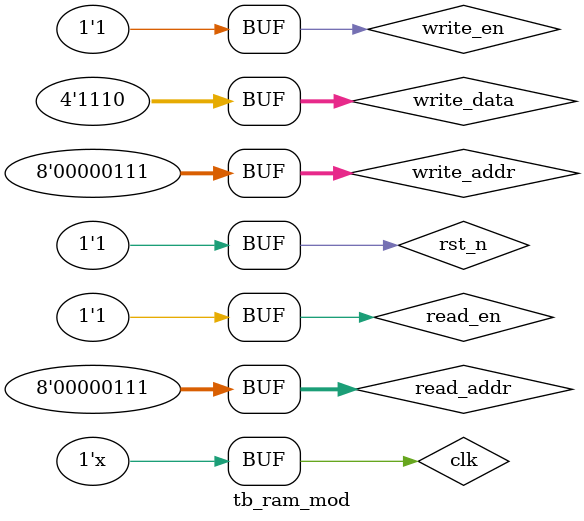
<source format=v>

`timescale 1ns/1ns

module tb_ram_mod;

	reg clk;
	reg rst_n;
	reg write_en;
	reg [7:0] write_addr;
	reg [3:0] write_data;
	reg read_en;
	reg [7:0] read_addr;
	wire [3:0] read_data;

	ram_mod dut (
		.clk(clk),
		.rst_n(rst_n),
		.write_en(write_en),
		.write_addr(write_addr),
		.write_data(write_data),
		.read_en(read_en),
		.read_addr(read_addr),
		.read_data(read_data)
	);

	always #5 clk = ~clk;

	initial begin
		clk = 0;
		rst_n = 0;
		write_en = 0;
		write_addr = 0;
		write_data = 0;
		read_en = 0;
		read_addr = 0;
end
initial begin
		#10 rst_n = 1;
		write_en = 1;
		write_data = 1; 
		#10 write_addr = 1; write_data = 2;
		#10 write_addr = 2; write_data = 4;
		#10 write_en = 0; write_addr = 3; write_data = 6;
		#10 write_en = 1; write_addr = 4; write_data = 8;
		#10 write_addr = 5; write_data = 10;
		#10 write_en = 0; write_addr = 6; write_data = 12;
		#10 write_en = 1; write_addr = 7; write_data = 14;
		#10 read_en = 1; 
		#10 read_addr = 1; 
		#10 read_addr = 2; 
		#10 read_addr = 3; 
		#10 read_addr = 4; 
		#10 read_addr = 5; 
		#10 read_addr = 6; 
		#10 read_addr = 7;    // Read from address 4

end

endmodule



</source>
